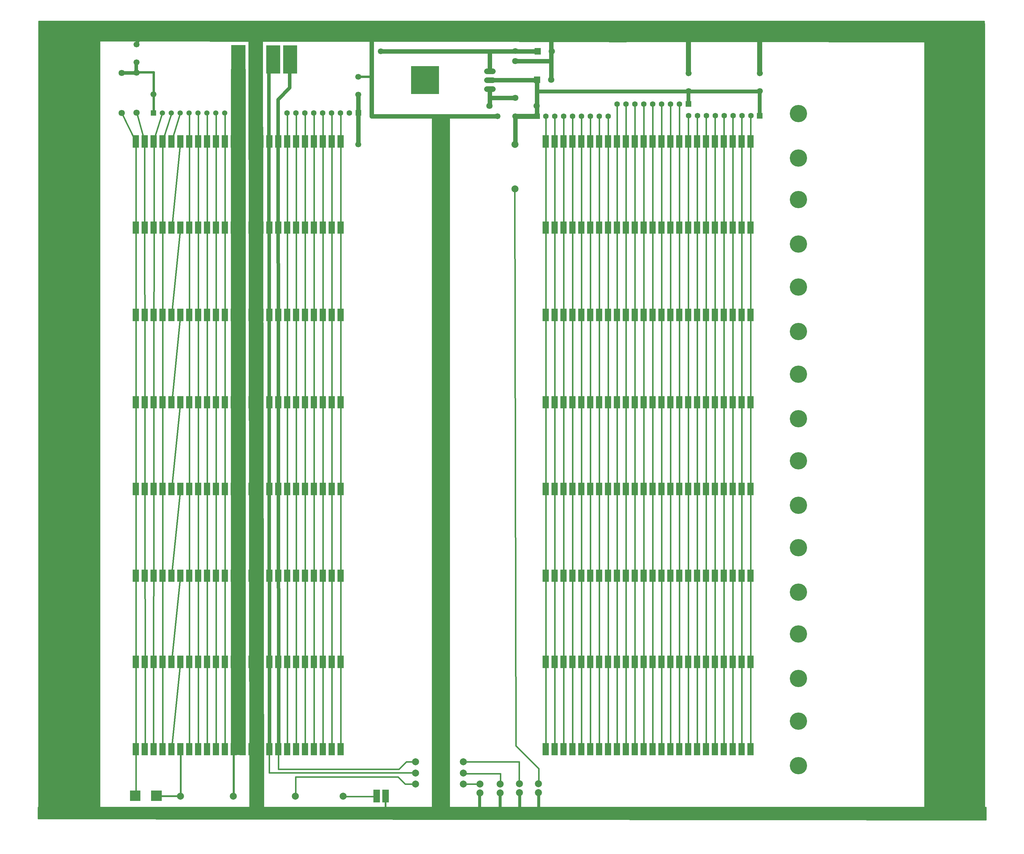
<source format=gbr>
%FSLAX34Y34*%
%MOMM*%
%LNCOPPER_BOTTOM*%
G71*
G01*
%ADD10C, 1.000*%
%ADD11C, 0.500*%
%ADD12C, 2.000*%
%ADD13C, 0.100*%
%ADD14C, 2.000*%
%ADD15C, 0.450*%
%ADD16C, 0.400*%
%ADD17C, 0.150*%
%ADD18C, 0.850*%
%ADD19C, 4.950*%
%ADD20C, 1.600*%
%ADD21C, 1.400*%
%ADD22C, 1.100*%
%ADD23C, 1.500*%
%ADD24C, 0.700*%
%ADD25C, 1.650*%
%ADD26C, 5.000*%
%ADD27C, 1.800*%
%ADD28C, 1.250*%
%ADD29C, 1.300*%
%ADD30C, 1.700*%
%ADD31C, 1.800*%
%ADD32C, 0.600*%
%ADD33C, 1.700*%
%ADD34C, 0.650*%
%ADD35C, 1.300*%
%ADD36R, 8.000X8.000*%
%ADD37C, 0.550*%
%LPD*%
G54D10*
X657576Y903750D02*
X659163Y-1079038D01*
G54D10*
X717135Y887875D02*
X717135Y808500D01*
X683798Y775162D01*
X685385Y-1080625D01*
G54D11*
X406162Y-1080625D02*
X406162Y-1213975D01*
X1317389Y-1179251D02*
G54D12*
D03*
X1317389Y-1204652D02*
G54D12*
D03*
X1372307Y-1203781D02*
G54D12*
D03*
X1372307Y-1178381D02*
G54D12*
D03*
X1259091Y-1178920D02*
G54D12*
D03*
X1259091Y-1204321D02*
G54D12*
D03*
G36*
X261218Y-1197478D02*
X291218Y-1197478D01*
X291218Y-1227478D01*
X261218Y-1227478D01*
X261218Y-1197478D01*
G37*
G36*
X598694Y979240D02*
X601869Y-1255960D01*
X643144Y-1255960D01*
X639969Y979240D01*
X598694Y979240D01*
G37*
G54D13*
X598694Y979240D02*
X601869Y-1255960D01*
X643144Y-1255960D01*
X639969Y979240D01*
X598694Y979240D01*
G36*
X2640175Y-1209613D02*
X2690175Y-1209613D01*
X2690175Y-1259613D01*
X2640175Y-1259613D01*
X2640175Y-1209613D01*
G37*
G36*
X17625Y-1206438D02*
X67625Y-1206438D01*
X67625Y-1256438D01*
X17625Y-1256438D01*
X17625Y-1206438D01*
G37*
G36*
X1122525Y-1209612D02*
X1172525Y-1209612D01*
X1172525Y-1259612D01*
X1122525Y-1259612D01*
X1122525Y-1209612D01*
G37*
G36*
X2637830Y985081D02*
X2687830Y985081D01*
X2687830Y935081D01*
X2637830Y935081D01*
X2637830Y985081D01*
G37*
G36*
X16868Y928732D02*
X16868Y978732D01*
X66868Y978732D01*
X66868Y928732D01*
X16868Y928732D01*
G37*
G36*
X550018Y930366D02*
X590518Y930366D01*
X590518Y849366D01*
X550018Y849366D01*
X550018Y930366D01*
G37*
G36*
X600480Y930241D02*
X640980Y930241D01*
X640980Y849241D01*
X600480Y849241D01*
X600480Y930241D01*
G37*
G36*
X649493Y930240D02*
X689993Y930240D01*
X689993Y849240D01*
X649493Y849240D01*
X649493Y930240D01*
G37*
G36*
X697743Y930240D02*
X738243Y930240D01*
X738243Y849240D01*
X697743Y849240D01*
X697743Y930240D01*
G37*
G36*
X549537Y861995D02*
X549537Y-1095392D01*
X590812Y-1095392D01*
X590812Y861995D01*
X549537Y861995D01*
G37*
G54D13*
X549537Y861995D02*
X549537Y-1095392D01*
X590812Y-1095392D01*
X590812Y861995D01*
X549537Y861995D01*
X1211903Y-1147582D02*
G54D14*
D03*
X1075378Y-1147582D02*
G54D14*
D03*
X1211903Y-1115832D02*
G54D14*
D03*
X1075378Y-1115832D02*
G54D14*
D03*
X1211903Y-1179332D02*
G54D14*
D03*
X1075378Y-1179332D02*
G54D14*
D03*
G54D15*
X238125Y735012D02*
X277812Y654050D01*
X277812Y-1212850D01*
G54D15*
X304562Y-1080625D02*
X302975Y656100D01*
G54D15*
X328375Y-1080625D02*
X329962Y657688D01*
G54D15*
X354012Y-1077912D02*
X354012Y657225D01*
X381000Y738188D01*
G54D16*
X1074738Y-1116012D02*
X1049338Y-1116012D01*
X1028700Y-1136650D01*
X684212Y-1136650D01*
X684212Y-1079500D01*
G54D16*
X1076088Y-1147300D02*
X658575Y-1147300D01*
X658575Y-1079038D01*
G36*
X750Y999250D02*
X750Y-1274050D01*
X175375Y-1274050D01*
X175375Y999250D01*
X750Y999250D01*
G37*
G54D17*
X750Y999250D02*
X750Y-1274050D01*
X175375Y-1274050D01*
X175375Y999250D01*
X750Y999250D01*
G36*
X51176Y942100D02*
X2699126Y938925D01*
X2699126Y999250D01*
X51176Y999250D01*
X51176Y942100D01*
G37*
G54D17*
X51176Y942100D02*
X2699126Y938925D01*
X2699126Y999250D01*
X51176Y999250D01*
X51176Y942100D01*
G36*
X1628180Y988257D02*
X1678180Y988257D01*
X1678180Y938257D01*
X1628180Y938257D01*
X1628180Y988257D01*
G37*
G36*
X1438430Y-1062198D02*
X1455930Y-1062198D01*
X1455930Y-1097198D01*
X1438430Y-1097198D01*
X1438430Y-1062198D01*
G37*
G36*
X1463830Y-1062198D02*
X1481330Y-1062198D01*
X1481330Y-1097198D01*
X1463830Y-1097198D01*
X1463830Y-1062198D01*
G37*
G36*
X1489230Y-1062198D02*
X1506730Y-1062198D01*
X1506730Y-1097198D01*
X1489230Y-1097198D01*
X1489230Y-1062198D01*
G37*
G36*
X1514630Y-1062198D02*
X1532130Y-1062198D01*
X1532130Y-1097198D01*
X1514630Y-1097198D01*
X1514630Y-1062198D01*
G37*
G36*
X1540030Y-1062198D02*
X1557530Y-1062198D01*
X1557530Y-1097198D01*
X1540030Y-1097198D01*
X1540030Y-1062198D01*
G37*
G36*
X1565430Y-1062198D02*
X1582930Y-1062198D01*
X1582930Y-1097198D01*
X1565430Y-1097198D01*
X1565430Y-1062198D01*
G37*
G36*
X1590830Y-1062198D02*
X1608330Y-1062198D01*
X1608330Y-1097198D01*
X1590830Y-1097198D01*
X1590830Y-1062198D01*
G37*
G36*
X1616230Y-1062198D02*
X1633730Y-1062198D01*
X1633730Y-1097198D01*
X1616230Y-1097198D01*
X1616230Y-1062198D01*
G37*
G36*
X1641630Y-1062198D02*
X1659130Y-1062198D01*
X1659130Y-1097198D01*
X1641630Y-1097198D01*
X1641630Y-1062198D01*
G37*
G36*
X1667030Y-1062198D02*
X1684530Y-1062198D01*
X1684530Y-1097198D01*
X1667030Y-1097198D01*
X1667030Y-1062198D01*
G37*
G36*
X1692430Y-1062198D02*
X1709930Y-1062198D01*
X1709930Y-1097198D01*
X1692430Y-1097198D01*
X1692430Y-1062198D01*
G37*
G36*
X1717830Y-1062198D02*
X1735330Y-1062198D01*
X1735330Y-1097198D01*
X1717830Y-1097198D01*
X1717830Y-1062198D01*
G37*
G36*
X1743230Y-1062198D02*
X1760730Y-1062198D01*
X1760730Y-1097198D01*
X1743230Y-1097198D01*
X1743230Y-1062198D01*
G37*
G36*
X1768630Y-1062198D02*
X1786130Y-1062198D01*
X1786130Y-1097198D01*
X1768630Y-1097198D01*
X1768630Y-1062198D01*
G37*
G36*
X1794030Y-1062198D02*
X1811530Y-1062198D01*
X1811530Y-1097198D01*
X1794030Y-1097198D01*
X1794030Y-1062198D01*
G37*
G36*
X1819430Y-1062198D02*
X1836930Y-1062198D01*
X1836930Y-1097198D01*
X1819430Y-1097198D01*
X1819430Y-1062198D01*
G37*
G36*
X1844830Y-1062198D02*
X1862330Y-1062198D01*
X1862330Y-1097198D01*
X1844830Y-1097198D01*
X1844830Y-1062198D01*
G37*
G36*
X1870230Y-1062198D02*
X1887730Y-1062198D01*
X1887730Y-1097198D01*
X1870230Y-1097198D01*
X1870230Y-1062198D01*
G37*
G36*
X1895630Y-1062198D02*
X1913130Y-1062198D01*
X1913130Y-1097198D01*
X1895630Y-1097198D01*
X1895630Y-1062198D01*
G37*
G36*
X1921030Y-1062198D02*
X1938530Y-1062198D01*
X1938530Y-1097198D01*
X1921030Y-1097198D01*
X1921030Y-1062198D01*
G37*
G36*
X1946430Y-1062198D02*
X1963930Y-1062198D01*
X1963930Y-1097198D01*
X1946430Y-1097198D01*
X1946430Y-1062198D01*
G37*
G36*
X1971830Y-1062198D02*
X1989330Y-1062198D01*
X1989330Y-1097198D01*
X1971830Y-1097198D01*
X1971830Y-1062198D01*
G37*
G36*
X1997230Y-1062198D02*
X2014730Y-1062198D01*
X2014730Y-1097198D01*
X1997230Y-1097198D01*
X1997230Y-1062198D01*
G37*
G36*
X2022630Y-1062198D02*
X2040130Y-1062198D01*
X2040130Y-1097198D01*
X2022630Y-1097198D01*
X2022630Y-1062198D01*
G37*
G36*
X269236Y-1062198D02*
X286736Y-1062198D01*
X286736Y-1097198D01*
X269236Y-1097198D01*
X269236Y-1062198D01*
G37*
G36*
X294636Y-1062198D02*
X312136Y-1062198D01*
X312136Y-1097198D01*
X294636Y-1097198D01*
X294636Y-1062198D01*
G37*
G36*
X320036Y-1062198D02*
X337536Y-1062198D01*
X337536Y-1097198D01*
X320036Y-1097198D01*
X320036Y-1062198D01*
G37*
G36*
X345436Y-1062198D02*
X362936Y-1062198D01*
X362936Y-1097198D01*
X345436Y-1097198D01*
X345436Y-1062198D01*
G37*
G36*
X370836Y-1062198D02*
X388336Y-1062198D01*
X388336Y-1097198D01*
X370836Y-1097198D01*
X370836Y-1062198D01*
G37*
G36*
X396236Y-1062198D02*
X413736Y-1062198D01*
X413736Y-1097198D01*
X396236Y-1097198D01*
X396236Y-1062198D01*
G37*
G36*
X421636Y-1062198D02*
X439136Y-1062198D01*
X439136Y-1097198D01*
X421636Y-1097198D01*
X421636Y-1062198D01*
G37*
G36*
X447036Y-1062198D02*
X464536Y-1062198D01*
X464536Y-1097198D01*
X447036Y-1097198D01*
X447036Y-1062198D01*
G37*
G36*
X472436Y-1062198D02*
X489936Y-1062198D01*
X489936Y-1097198D01*
X472436Y-1097198D01*
X472436Y-1062198D01*
G37*
G36*
X497836Y-1062198D02*
X515336Y-1062198D01*
X515336Y-1097198D01*
X497836Y-1097198D01*
X497836Y-1062198D01*
G37*
G36*
X523236Y-1062198D02*
X540736Y-1062198D01*
X540736Y-1097198D01*
X523236Y-1097198D01*
X523236Y-1062198D01*
G37*
G36*
X548636Y-1062198D02*
X566136Y-1062198D01*
X566136Y-1097198D01*
X548636Y-1097198D01*
X548636Y-1062198D01*
G37*
G36*
X574036Y-1062198D02*
X591536Y-1062198D01*
X591536Y-1097198D01*
X574036Y-1097198D01*
X574036Y-1062198D01*
G37*
G36*
X599436Y-1062199D02*
X616936Y-1062199D01*
X616936Y-1097199D01*
X599436Y-1097199D01*
X599436Y-1062199D01*
G37*
G36*
X624836Y-1062199D02*
X642336Y-1062199D01*
X642336Y-1097199D01*
X624836Y-1097199D01*
X624836Y-1062199D01*
G37*
G36*
X650236Y-1062198D02*
X667736Y-1062198D01*
X667736Y-1097198D01*
X650236Y-1097198D01*
X650236Y-1062198D01*
G37*
G36*
X675636Y-1062198D02*
X693136Y-1062198D01*
X693136Y-1097198D01*
X675636Y-1097198D01*
X675636Y-1062198D01*
G37*
G36*
X701036Y-1062198D02*
X718536Y-1062198D01*
X718536Y-1097198D01*
X701036Y-1097198D01*
X701036Y-1062198D01*
G37*
G36*
X726436Y-1062198D02*
X743936Y-1062198D01*
X743936Y-1097198D01*
X726436Y-1097198D01*
X726436Y-1062198D01*
G37*
G36*
X751836Y-1062198D02*
X769336Y-1062198D01*
X769336Y-1097198D01*
X751836Y-1097198D01*
X751836Y-1062198D01*
G37*
G36*
X777236Y-1062198D02*
X794736Y-1062198D01*
X794736Y-1097198D01*
X777236Y-1097198D01*
X777236Y-1062198D01*
G37*
G36*
X802636Y-1062198D02*
X820136Y-1062198D01*
X820136Y-1097198D01*
X802636Y-1097198D01*
X802636Y-1062198D01*
G37*
G36*
X828036Y-1062198D02*
X845536Y-1062198D01*
X845536Y-1097198D01*
X828036Y-1097198D01*
X828036Y-1062198D01*
G37*
G36*
X853436Y-1062198D02*
X870936Y-1062198D01*
X870936Y-1097198D01*
X853436Y-1097198D01*
X853436Y-1062198D01*
G37*
G54D18*
X1258650Y-1204450D02*
X1258650Y-1267950D01*
G54D18*
X1317388Y-1204450D02*
X1317388Y-1267950D01*
G54D18*
X1372950Y-1202862D02*
X1372950Y-1266362D01*
G54D16*
X733425Y-1216025D02*
X733425Y-1158875D01*
X1025525Y-1158875D01*
X1046162Y-1179512D01*
X1074738Y-1179512D01*
X2168268Y-999662D02*
G54D19*
D03*
X2168268Y-1126662D02*
G54D19*
D03*
X2568318Y-999662D02*
G54D19*
D03*
X2568318Y-1126662D02*
G54D19*
D03*
X133113Y-1123518D02*
G54D19*
D03*
X133113Y-996518D02*
G54D19*
D03*
X571262Y565612D02*
G54D14*
D03*
X622063Y565612D02*
G54D14*
D03*
G36*
X580692Y534980D02*
X580692Y514980D01*
X560692Y514980D01*
X560692Y534980D01*
X580692Y534980D01*
G37*
X621492Y490054D02*
G54D14*
D03*
G36*
X1414162Y735538D02*
X1430162Y735538D01*
X1430162Y719538D01*
X1414162Y719538D01*
X1414162Y735538D01*
G37*
X1447562Y727538D02*
G54D20*
D03*
X1472962Y727538D02*
G54D20*
D03*
X1498362Y727538D02*
G54D20*
D03*
X1523762Y727538D02*
G54D20*
D03*
X1549162Y727538D02*
G54D20*
D03*
X1574562Y727538D02*
G54D20*
D03*
X1599962Y727538D02*
G54D20*
D03*
X1625362Y727538D02*
G54D20*
D03*
G54D21*
X1421180Y727530D02*
X1359267Y727530D01*
G54D22*
X2057162Y798975D02*
X1853962Y798975D01*
G54D22*
X2057162Y729125D02*
X2057162Y800562D01*
X571262Y317962D02*
G54D14*
D03*
X622063Y317962D02*
G54D14*
D03*
G36*
X580692Y287330D02*
X580692Y267330D01*
X560692Y267330D01*
X560692Y287330D01*
X580692Y287330D01*
G37*
X621492Y242404D02*
G54D14*
D03*
X571262Y63962D02*
G54D14*
D03*
X622063Y63962D02*
G54D14*
D03*
G36*
X580692Y33330D02*
X580692Y13330D01*
X560692Y13330D01*
X560692Y33330D01*
X580692Y33330D01*
G37*
X621492Y-11596D02*
G54D14*
D03*
X571262Y-180512D02*
G54D14*
D03*
X622063Y-180513D02*
G54D14*
D03*
G36*
X580692Y-211146D02*
X580692Y-231146D01*
X560692Y-231146D01*
X560692Y-211146D01*
X580692Y-211146D01*
G37*
X621492Y-256071D02*
G54D14*
D03*
X571262Y-421812D02*
G54D14*
D03*
X622063Y-421813D02*
G54D14*
D03*
G36*
X580692Y-452446D02*
X580692Y-472446D01*
X560692Y-472446D01*
X560692Y-452446D01*
X580692Y-452446D01*
G37*
X621492Y-497371D02*
G54D14*
D03*
X571262Y-669462D02*
G54D14*
D03*
X622063Y-669463D02*
G54D14*
D03*
G36*
X580692Y-700096D02*
X580692Y-720096D01*
X560692Y-720096D01*
X560692Y-700096D01*
X580692Y-700096D01*
G37*
X621492Y-745021D02*
G54D14*
D03*
X571262Y-910762D02*
G54D14*
D03*
X622063Y-910763D02*
G54D14*
D03*
G36*
X580692Y-941396D02*
X580692Y-961396D01*
X560692Y-961396D01*
X560692Y-941396D01*
X580692Y-941396D01*
G37*
X621492Y-986321D02*
G54D14*
D03*
G54D22*
X1422162Y798975D02*
X1853962Y798975D01*
X1853962Y765638D01*
G36*
X920574Y729064D02*
X904574Y729064D01*
X904574Y745064D01*
X920574Y745064D01*
X920574Y729064D01*
G37*
X887174Y737064D02*
G54D20*
D03*
X861774Y737064D02*
G54D20*
D03*
X836374Y737064D02*
G54D20*
D03*
X810974Y737064D02*
G54D20*
D03*
X785574Y737064D02*
G54D20*
D03*
X760174Y737064D02*
G54D20*
D03*
X734774Y737064D02*
G54D20*
D03*
X709374Y737064D02*
G54D20*
D03*
G36*
X320873Y744564D02*
X335873Y744564D01*
X335873Y729564D01*
X320873Y729564D01*
X320873Y744564D01*
G37*
X353773Y737064D02*
G54D23*
D03*
X379173Y737064D02*
G54D23*
D03*
X404573Y737064D02*
G54D23*
D03*
X429973Y737064D02*
G54D23*
D03*
X455373Y737064D02*
G54D23*
D03*
X480773Y737064D02*
G54D23*
D03*
X506173Y737064D02*
G54D23*
D03*
X531573Y737064D02*
G54D23*
D03*
G54D10*
X299800Y973600D02*
X279162Y932325D01*
G54D15*
X353775Y737062D02*
X328375Y656100D01*
G54D15*
X379412Y655638D02*
X404812Y738188D01*
G54D24*
X328612Y736600D02*
X328612Y852488D01*
X280988Y852488D01*
G54D25*
X1279038Y805414D02*
X1295538Y805414D01*
G54D25*
X1279038Y830814D02*
X1295538Y830814D01*
G54D25*
X1279038Y856214D02*
X1295538Y856214D01*
X1103138Y830814D02*
G54D26*
D03*
X1421440Y757434D02*
G54D27*
D03*
X1286503Y757434D02*
G54D27*
D03*
G54D28*
X1287225Y805325D02*
X1287225Y757700D01*
G54D28*
X1417400Y830725D02*
X1287225Y830725D01*
G54D29*
X976075Y913275D02*
X1425338Y913275D01*
X1309111Y727234D02*
G54D30*
D03*
X1359911Y727234D02*
G54D30*
D03*
G54D29*
X1463071Y831132D02*
X1463071Y974007D01*
G54D29*
X1422162Y830725D02*
X1422162Y727538D01*
X1464030Y912838D02*
G54D31*
D03*
G36*
X1433030Y903838D02*
X1415030Y903838D01*
X1415030Y921838D01*
X1433030Y921838D01*
X1433030Y903838D01*
G37*
G54D29*
X1287225Y856125D02*
X1287225Y906925D01*
X1360642Y964795D02*
G54D30*
D03*
X1360641Y913995D02*
G54D30*
D03*
G36*
X321570Y-1197478D02*
X351570Y-1197478D01*
X351570Y-1227478D01*
X321570Y-1227478D01*
X321570Y-1197478D01*
G37*
G54D11*
X337900Y-1213975D02*
X407750Y-1213975D01*
G54D32*
X555388Y-1213975D02*
X556975Y-1213975D01*
X556975Y-1080625D01*
G54D18*
X1426925Y-1202862D02*
X1426925Y-1275888D01*
G54D15*
X1427162Y-1177925D02*
X1427162Y-1135062D01*
X1362075Y-1069975D01*
X1358900Y520700D01*
X279768Y932317D02*
G54D30*
D03*
X279767Y881517D02*
G54D30*
D03*
G54D10*
X279400Y882650D02*
X279400Y850900D01*
X236538Y850900D01*
X1854354Y850495D02*
G54D30*
D03*
X1854354Y799695D02*
G54D30*
D03*
G54D21*
X1853962Y849775D02*
X1853962Y983125D01*
X1426696Y-1178319D02*
G54D12*
D03*
X1426695Y-1203719D02*
G54D12*
D03*
G54D29*
X1288812Y779925D02*
X1360250Y779925D01*
X976690Y912744D02*
G54D33*
D03*
G54D34*
X950675Y840250D02*
X912575Y840250D01*
X1360250Y884700D02*
G54D27*
D03*
X1360250Y779925D02*
G54D27*
D03*
G54D29*
X1360250Y884700D02*
X1461850Y884700D01*
X912725Y840175D02*
G54D30*
D03*
X912724Y789375D02*
G54D30*
D03*
X950675Y727538D02*
G54D35*
D03*
X1068150Y727538D02*
G54D35*
D03*
X1220550Y727538D02*
G54D35*
D03*
X950675Y818025D02*
G54D35*
D03*
X131525Y859300D02*
G54D35*
D03*
X350600Y957725D02*
G54D35*
D03*
X950675Y973600D02*
G54D35*
D03*
X1563450Y973600D02*
G54D35*
D03*
X353775Y-1258425D02*
G54D35*
D03*
X893525Y-1258425D02*
G54D35*
D03*
X1442800Y-1258425D02*
G54D35*
D03*
X2027000Y-1261600D02*
G54D35*
D03*
G54D29*
X1309450Y727538D02*
X950675Y727538D01*
X950675Y979950D01*
X1462950Y885275D02*
G54D35*
D03*
X1853962Y900575D02*
G54D35*
D03*
X1359276Y646924D02*
G54D14*
D03*
X1359276Y519924D02*
G54D14*
D03*
X2057554Y850495D02*
G54D30*
D03*
X2057554Y799695D02*
G54D30*
D03*
G54D21*
X2057162Y849775D02*
X2057162Y979950D01*
X2057162Y898988D02*
G54D35*
D03*
X1955893Y972013D02*
G54D35*
D03*
G36*
X1122569Y728415D02*
X1122569Y-1271835D01*
X1173369Y-1271835D01*
X1173369Y728415D01*
X1122569Y728415D01*
G37*
G54D13*
X1122569Y728415D02*
X1122569Y-1271835D01*
X1173369Y-1271835D01*
X1173369Y728415D01*
X1122569Y728415D01*
G54D28*
X912575Y789450D02*
X912575Y646575D01*
X1103075Y830725D02*
G54D36*
D03*
G36*
X0Y-1246000D02*
X2701926Y-1246000D01*
X2701926Y-1280925D01*
X0Y-1277750D01*
X0Y-1246000D01*
G37*
G54D15*
X0Y-1246000D02*
X2701926Y-1246000D01*
X2701926Y-1280925D01*
X0Y-1277750D01*
X0Y-1246000D01*
G36*
X973765Y-1195285D02*
X973765Y-1231285D01*
X955765Y-1231285D01*
X955765Y-1195285D01*
X973765Y-1195285D01*
G37*
G36*
X999165Y-1195285D02*
X999165Y-1231285D01*
X981165Y-1231285D01*
X981165Y-1195285D01*
X999165Y-1195285D01*
G37*
X869003Y-1214257D02*
G54D14*
D03*
X732478Y-1214257D02*
G54D14*
D03*
G54D16*
X1212850Y-1116012D02*
X1371600Y-1116012D01*
X1371600Y-1179512D01*
G54D16*
X1209675Y-1149350D02*
X1317625Y-1149350D01*
X1317625Y-1181100D01*
G54D16*
X1211262Y-1179512D02*
X1260475Y-1179512D01*
G54D16*
X868362Y-1214438D02*
X966788Y-1214438D01*
G54D37*
X990600Y-1212850D02*
X990600Y-1276350D01*
X556266Y-1214257D02*
G54D14*
D03*
X405453Y-1214257D02*
G54D14*
D03*
X237888Y851362D02*
G54D27*
D03*
X237888Y737062D02*
G54D27*
D03*
G36*
X14450Y576326D02*
X64450Y576326D01*
X64450Y526326D01*
X14450Y526326D01*
X14450Y576326D01*
G37*
G36*
X14450Y81026D02*
X64450Y81026D01*
X64450Y31026D01*
X14450Y31026D01*
X14450Y81026D01*
G37*
G36*
X14450Y-911162D02*
X64450Y-911162D01*
X64450Y-961162D01*
X14450Y-961162D01*
X14450Y-911162D01*
G37*
G36*
X2065766Y721114D02*
X2049766Y721114D01*
X2049766Y737114D01*
X2065766Y737114D01*
X2065766Y721114D01*
G37*
X2032366Y729114D02*
G54D20*
D03*
X2006967Y729114D02*
G54D20*
D03*
X1981567Y729114D02*
G54D20*
D03*
X1956167Y729114D02*
G54D20*
D03*
X1930767Y729114D02*
G54D20*
D03*
X1905367Y729114D02*
G54D20*
D03*
X1879967Y729114D02*
G54D20*
D03*
X1854567Y729114D02*
G54D20*
D03*
G36*
X1861960Y754464D02*
X1845960Y754464D01*
X1845960Y770464D01*
X1861960Y770464D01*
X1861960Y754464D01*
G37*
X1828560Y762464D02*
G54D20*
D03*
X1803160Y762464D02*
G54D20*
D03*
X1777760Y762464D02*
G54D20*
D03*
X1752360Y762464D02*
G54D20*
D03*
X1726960Y762464D02*
G54D20*
D03*
X1701560Y762464D02*
G54D20*
D03*
X1676160Y762464D02*
G54D20*
D03*
X1650760Y762464D02*
G54D20*
D03*
G54D15*
X381000Y409575D02*
X404812Y655638D01*
G54D15*
X379412Y158750D02*
X404812Y409575D01*
G54D15*
X381000Y-88900D02*
X404812Y160338D01*
G54D15*
X379412Y-338138D02*
X404812Y-88900D01*
G54D15*
X379412Y-584200D02*
X404812Y-336550D01*
G54D15*
X379412Y-830262D02*
X404812Y-584200D01*
G54D15*
X379412Y-1079500D02*
X404812Y-830262D01*
G36*
X14450Y-415862D02*
X64450Y-415862D01*
X64450Y-465862D01*
X14450Y-465862D01*
X14450Y-415862D01*
G37*
X1147525Y-705975D02*
G54D35*
D03*
X1147525Y-210675D02*
G54D35*
D03*
X1147525Y262400D02*
G54D35*
D03*
G36*
X1438430Y-812961D02*
X1455930Y-812961D01*
X1455930Y-847961D01*
X1438430Y-847961D01*
X1438430Y-812961D01*
G37*
G36*
X1463830Y-812961D02*
X1481330Y-812961D01*
X1481330Y-847961D01*
X1463830Y-847961D01*
X1463830Y-812961D01*
G37*
G36*
X1489230Y-812961D02*
X1506730Y-812961D01*
X1506730Y-847961D01*
X1489230Y-847961D01*
X1489230Y-812961D01*
G37*
G36*
X1514630Y-812961D02*
X1532130Y-812961D01*
X1532130Y-847961D01*
X1514630Y-847961D01*
X1514630Y-812961D01*
G37*
G36*
X1540030Y-812961D02*
X1557530Y-812961D01*
X1557530Y-847961D01*
X1540030Y-847961D01*
X1540030Y-812961D01*
G37*
G36*
X1565430Y-812961D02*
X1582930Y-812961D01*
X1582930Y-847961D01*
X1565430Y-847961D01*
X1565430Y-812961D01*
G37*
G36*
X1590830Y-812961D02*
X1608330Y-812961D01*
X1608330Y-847961D01*
X1590830Y-847961D01*
X1590830Y-812961D01*
G37*
G36*
X1616230Y-812961D02*
X1633730Y-812961D01*
X1633730Y-847961D01*
X1616230Y-847961D01*
X1616230Y-812961D01*
G37*
G36*
X1641630Y-812961D02*
X1659130Y-812961D01*
X1659130Y-847961D01*
X1641630Y-847961D01*
X1641630Y-812961D01*
G37*
G36*
X1667030Y-812961D02*
X1684530Y-812961D01*
X1684530Y-847961D01*
X1667030Y-847961D01*
X1667030Y-812961D01*
G37*
G36*
X1692430Y-812961D02*
X1709930Y-812961D01*
X1709930Y-847961D01*
X1692430Y-847961D01*
X1692430Y-812961D01*
G37*
G36*
X1717830Y-812961D02*
X1735330Y-812961D01*
X1735330Y-847961D01*
X1717830Y-847961D01*
X1717830Y-812961D01*
G37*
G36*
X1743230Y-812961D02*
X1760730Y-812961D01*
X1760730Y-847961D01*
X1743230Y-847961D01*
X1743230Y-812961D01*
G37*
G36*
X1768630Y-812961D02*
X1786130Y-812961D01*
X1786130Y-847961D01*
X1768630Y-847961D01*
X1768630Y-812961D01*
G37*
G36*
X1794030Y-812961D02*
X1811530Y-812961D01*
X1811530Y-847961D01*
X1794030Y-847961D01*
X1794030Y-812961D01*
G37*
G36*
X1819430Y-812961D02*
X1836930Y-812961D01*
X1836930Y-847961D01*
X1819430Y-847961D01*
X1819430Y-812961D01*
G37*
G36*
X1844830Y-812961D02*
X1862330Y-812961D01*
X1862330Y-847961D01*
X1844830Y-847961D01*
X1844830Y-812961D01*
G37*
G36*
X1870230Y-812961D02*
X1887730Y-812961D01*
X1887730Y-847961D01*
X1870230Y-847961D01*
X1870230Y-812961D01*
G37*
G36*
X1895630Y-812961D02*
X1913130Y-812961D01*
X1913130Y-847961D01*
X1895630Y-847961D01*
X1895630Y-812961D01*
G37*
G36*
X1921030Y-812961D02*
X1938530Y-812961D01*
X1938530Y-847961D01*
X1921030Y-847961D01*
X1921030Y-812961D01*
G37*
G36*
X1946430Y-812961D02*
X1963930Y-812961D01*
X1963930Y-847961D01*
X1946430Y-847961D01*
X1946430Y-812961D01*
G37*
G36*
X1971830Y-812961D02*
X1989330Y-812961D01*
X1989330Y-847961D01*
X1971830Y-847961D01*
X1971830Y-812961D01*
G37*
G36*
X1997230Y-812961D02*
X2014730Y-812961D01*
X2014730Y-847961D01*
X1997230Y-847961D01*
X1997230Y-812961D01*
G37*
G36*
X2022630Y-812961D02*
X2040130Y-812961D01*
X2040130Y-847961D01*
X2022630Y-847961D01*
X2022630Y-812961D01*
G37*
G36*
X269236Y-812961D02*
X286736Y-812961D01*
X286736Y-847961D01*
X269236Y-847961D01*
X269236Y-812961D01*
G37*
G36*
X294636Y-812961D02*
X312136Y-812961D01*
X312136Y-847961D01*
X294636Y-847961D01*
X294636Y-812961D01*
G37*
G36*
X320036Y-812961D02*
X337536Y-812961D01*
X337536Y-847961D01*
X320036Y-847961D01*
X320036Y-812961D01*
G37*
G36*
X345436Y-812961D02*
X362936Y-812961D01*
X362936Y-847961D01*
X345436Y-847961D01*
X345436Y-812961D01*
G37*
G36*
X370836Y-812961D02*
X388336Y-812961D01*
X388336Y-847961D01*
X370836Y-847961D01*
X370836Y-812961D01*
G37*
G36*
X396236Y-812961D02*
X413736Y-812961D01*
X413736Y-847961D01*
X396236Y-847961D01*
X396236Y-812961D01*
G37*
G36*
X421636Y-812961D02*
X439136Y-812961D01*
X439136Y-847961D01*
X421636Y-847961D01*
X421636Y-812961D01*
G37*
G36*
X447036Y-812961D02*
X464536Y-812961D01*
X464536Y-847961D01*
X447036Y-847961D01*
X447036Y-812961D01*
G37*
G36*
X472436Y-812961D02*
X489936Y-812961D01*
X489936Y-847961D01*
X472436Y-847961D01*
X472436Y-812961D01*
G37*
G36*
X497836Y-812961D02*
X515336Y-812961D01*
X515336Y-847961D01*
X497836Y-847961D01*
X497836Y-812961D01*
G37*
G36*
X523236Y-812961D02*
X540736Y-812961D01*
X540736Y-847961D01*
X523236Y-847961D01*
X523236Y-812961D01*
G37*
G36*
X548636Y-812961D02*
X566136Y-812961D01*
X566136Y-847961D01*
X548636Y-847961D01*
X548636Y-812961D01*
G37*
G36*
X574036Y-812961D02*
X591536Y-812961D01*
X591536Y-847961D01*
X574036Y-847961D01*
X574036Y-812961D01*
G37*
G36*
X599436Y-812962D02*
X616936Y-812962D01*
X616936Y-847962D01*
X599436Y-847962D01*
X599436Y-812962D01*
G37*
G36*
X624836Y-812962D02*
X642336Y-812962D01*
X642336Y-847962D01*
X624836Y-847962D01*
X624836Y-812962D01*
G37*
G36*
X650236Y-812961D02*
X667736Y-812961D01*
X667736Y-847961D01*
X650236Y-847961D01*
X650236Y-812961D01*
G37*
G36*
X675636Y-812961D02*
X693136Y-812961D01*
X693136Y-847961D01*
X675636Y-847961D01*
X675636Y-812961D01*
G37*
G36*
X701036Y-812961D02*
X718536Y-812961D01*
X718536Y-847961D01*
X701036Y-847961D01*
X701036Y-812961D01*
G37*
G36*
X726436Y-812961D02*
X743936Y-812961D01*
X743936Y-847961D01*
X726436Y-847961D01*
X726436Y-812961D01*
G37*
G36*
X751836Y-812961D02*
X769336Y-812961D01*
X769336Y-847961D01*
X751836Y-847961D01*
X751836Y-812961D01*
G37*
G36*
X777236Y-812961D02*
X794736Y-812961D01*
X794736Y-847961D01*
X777236Y-847961D01*
X777236Y-812961D01*
G37*
G36*
X802636Y-812961D02*
X820136Y-812961D01*
X820136Y-847961D01*
X802636Y-847961D01*
X802636Y-812961D01*
G37*
G36*
X828036Y-812961D02*
X845536Y-812961D01*
X845536Y-847961D01*
X828036Y-847961D01*
X828036Y-812961D01*
G37*
G36*
X853436Y-812961D02*
X870936Y-812961D01*
X870936Y-847961D01*
X853436Y-847961D01*
X853436Y-812961D01*
G37*
X2168268Y-750425D02*
G54D19*
D03*
X2168268Y-877425D02*
G54D19*
D03*
X2568318Y-750425D02*
G54D19*
D03*
X2568318Y-877425D02*
G54D19*
D03*
X133113Y-874281D02*
G54D19*
D03*
X133113Y-747281D02*
G54D19*
D03*
G36*
X1438430Y-566898D02*
X1455930Y-566898D01*
X1455930Y-601898D01*
X1438430Y-601898D01*
X1438430Y-566898D01*
G37*
G36*
X1463830Y-566898D02*
X1481330Y-566898D01*
X1481330Y-601898D01*
X1463830Y-601898D01*
X1463830Y-566898D01*
G37*
G36*
X1489230Y-566898D02*
X1506730Y-566898D01*
X1506730Y-601898D01*
X1489230Y-601898D01*
X1489230Y-566898D01*
G37*
G36*
X1514630Y-566898D02*
X1532130Y-566898D01*
X1532130Y-601898D01*
X1514630Y-601898D01*
X1514630Y-566898D01*
G37*
G36*
X1540030Y-566898D02*
X1557530Y-566898D01*
X1557530Y-601898D01*
X1540030Y-601898D01*
X1540030Y-566898D01*
G37*
G36*
X1565430Y-566898D02*
X1582930Y-566898D01*
X1582930Y-601898D01*
X1565430Y-601898D01*
X1565430Y-566898D01*
G37*
G36*
X1590830Y-566898D02*
X1608330Y-566898D01*
X1608330Y-601898D01*
X1590830Y-601898D01*
X1590830Y-566898D01*
G37*
G36*
X1616230Y-566898D02*
X1633730Y-566898D01*
X1633730Y-601898D01*
X1616230Y-601898D01*
X1616230Y-566898D01*
G37*
G36*
X1641630Y-566898D02*
X1659130Y-566898D01*
X1659130Y-601898D01*
X1641630Y-601898D01*
X1641630Y-566898D01*
G37*
G36*
X1667030Y-566898D02*
X1684530Y-566898D01*
X1684530Y-601898D01*
X1667030Y-601898D01*
X1667030Y-566898D01*
G37*
G36*
X1692430Y-566898D02*
X1709930Y-566898D01*
X1709930Y-601898D01*
X1692430Y-601898D01*
X1692430Y-566898D01*
G37*
G36*
X1717830Y-566898D02*
X1735330Y-566898D01*
X1735330Y-601898D01*
X1717830Y-601898D01*
X1717830Y-566898D01*
G37*
G36*
X1743230Y-566898D02*
X1760730Y-566898D01*
X1760730Y-601898D01*
X1743230Y-601898D01*
X1743230Y-566898D01*
G37*
G36*
X1768630Y-566898D02*
X1786130Y-566898D01*
X1786130Y-601898D01*
X1768630Y-601898D01*
X1768630Y-566898D01*
G37*
G36*
X1794030Y-566898D02*
X1811530Y-566898D01*
X1811530Y-601898D01*
X1794030Y-601898D01*
X1794030Y-566898D01*
G37*
G36*
X1819430Y-566898D02*
X1836930Y-566898D01*
X1836930Y-601898D01*
X1819430Y-601898D01*
X1819430Y-566898D01*
G37*
G36*
X1844830Y-566898D02*
X1862330Y-566898D01*
X1862330Y-601898D01*
X1844830Y-601898D01*
X1844830Y-566898D01*
G37*
G36*
X1870230Y-566898D02*
X1887730Y-566898D01*
X1887730Y-601898D01*
X1870230Y-601898D01*
X1870230Y-566898D01*
G37*
G36*
X1895630Y-566898D02*
X1913130Y-566898D01*
X1913130Y-601898D01*
X1895630Y-601898D01*
X1895630Y-566898D01*
G37*
G36*
X1921030Y-566898D02*
X1938530Y-566898D01*
X1938530Y-601898D01*
X1921030Y-601898D01*
X1921030Y-566898D01*
G37*
G36*
X1946430Y-566898D02*
X1963930Y-566898D01*
X1963930Y-601898D01*
X1946430Y-601898D01*
X1946430Y-566898D01*
G37*
G36*
X1971830Y-566898D02*
X1989330Y-566898D01*
X1989330Y-601898D01*
X1971830Y-601898D01*
X1971830Y-566898D01*
G37*
G36*
X1997230Y-566898D02*
X2014730Y-566898D01*
X2014730Y-601898D01*
X1997230Y-601898D01*
X1997230Y-566898D01*
G37*
G36*
X2022630Y-566898D02*
X2040130Y-566898D01*
X2040130Y-601898D01*
X2022630Y-601898D01*
X2022630Y-566898D01*
G37*
G36*
X269236Y-566898D02*
X286736Y-566898D01*
X286736Y-601898D01*
X269236Y-601898D01*
X269236Y-566898D01*
G37*
G36*
X294636Y-566898D02*
X312136Y-566898D01*
X312136Y-601898D01*
X294636Y-601898D01*
X294636Y-566898D01*
G37*
G36*
X320036Y-566898D02*
X337536Y-566898D01*
X337536Y-601898D01*
X320036Y-601898D01*
X320036Y-566898D01*
G37*
G36*
X345436Y-566898D02*
X362936Y-566898D01*
X362936Y-601898D01*
X345436Y-601898D01*
X345436Y-566898D01*
G37*
G36*
X370836Y-566898D02*
X388336Y-566898D01*
X388336Y-601898D01*
X370836Y-601898D01*
X370836Y-566898D01*
G37*
G36*
X396236Y-566898D02*
X413736Y-566898D01*
X413736Y-601898D01*
X396236Y-601898D01*
X396236Y-566898D01*
G37*
G36*
X421636Y-566898D02*
X439136Y-566898D01*
X439136Y-601898D01*
X421636Y-601898D01*
X421636Y-566898D01*
G37*
G36*
X447036Y-566898D02*
X464536Y-566898D01*
X464536Y-601898D01*
X447036Y-601898D01*
X447036Y-566898D01*
G37*
G36*
X472436Y-566898D02*
X489936Y-566898D01*
X489936Y-601898D01*
X472436Y-601898D01*
X472436Y-566898D01*
G37*
G36*
X497836Y-566898D02*
X515336Y-566898D01*
X515336Y-601898D01*
X497836Y-601898D01*
X497836Y-566898D01*
G37*
G36*
X523236Y-566898D02*
X540736Y-566898D01*
X540736Y-601898D01*
X523236Y-601898D01*
X523236Y-566898D01*
G37*
G36*
X548636Y-566898D02*
X566136Y-566898D01*
X566136Y-601898D01*
X548636Y-601898D01*
X548636Y-566898D01*
G37*
G36*
X574036Y-566898D02*
X591536Y-566898D01*
X591536Y-601898D01*
X574036Y-601898D01*
X574036Y-566898D01*
G37*
G36*
X599436Y-566899D02*
X616936Y-566899D01*
X616936Y-601899D01*
X599436Y-601899D01*
X599436Y-566899D01*
G37*
G36*
X624836Y-566899D02*
X642336Y-566899D01*
X642336Y-601899D01*
X624836Y-601899D01*
X624836Y-566899D01*
G37*
G36*
X650236Y-566898D02*
X667736Y-566898D01*
X667736Y-601898D01*
X650236Y-601898D01*
X650236Y-566898D01*
G37*
G36*
X675636Y-566898D02*
X693136Y-566898D01*
X693136Y-601898D01*
X675636Y-601898D01*
X675636Y-566898D01*
G37*
G36*
X701036Y-566898D02*
X718536Y-566898D01*
X718536Y-601898D01*
X701036Y-601898D01*
X701036Y-566898D01*
G37*
G36*
X726436Y-566898D02*
X743936Y-566898D01*
X743936Y-601898D01*
X726436Y-601898D01*
X726436Y-566898D01*
G37*
G36*
X751836Y-566898D02*
X769336Y-566898D01*
X769336Y-601898D01*
X751836Y-601898D01*
X751836Y-566898D01*
G37*
G36*
X777236Y-566898D02*
X794736Y-566898D01*
X794736Y-601898D01*
X777236Y-601898D01*
X777236Y-566898D01*
G37*
G36*
X802636Y-566898D02*
X820136Y-566898D01*
X820136Y-601898D01*
X802636Y-601898D01*
X802636Y-566898D01*
G37*
G36*
X828036Y-566898D02*
X845536Y-566898D01*
X845536Y-601898D01*
X828036Y-601898D01*
X828036Y-566898D01*
G37*
G36*
X853436Y-566898D02*
X870936Y-566898D01*
X870936Y-601898D01*
X853436Y-601898D01*
X853436Y-566898D01*
G37*
X2168268Y-504362D02*
G54D19*
D03*
X2168268Y-631362D02*
G54D19*
D03*
X2568318Y-504362D02*
G54D19*
D03*
X2568318Y-631362D02*
G54D19*
D03*
X133113Y-628218D02*
G54D19*
D03*
X133113Y-501218D02*
G54D19*
D03*
G36*
X1438430Y-319248D02*
X1455930Y-319248D01*
X1455930Y-354248D01*
X1438430Y-354248D01*
X1438430Y-319248D01*
G37*
G36*
X1463830Y-319248D02*
X1481330Y-319248D01*
X1481330Y-354248D01*
X1463830Y-354248D01*
X1463830Y-319248D01*
G37*
G36*
X1489230Y-319248D02*
X1506730Y-319248D01*
X1506730Y-354248D01*
X1489230Y-354248D01*
X1489230Y-319248D01*
G37*
G36*
X1514630Y-319248D02*
X1532130Y-319248D01*
X1532130Y-354248D01*
X1514630Y-354248D01*
X1514630Y-319248D01*
G37*
G36*
X1540030Y-319248D02*
X1557530Y-319248D01*
X1557530Y-354248D01*
X1540030Y-354248D01*
X1540030Y-319248D01*
G37*
G36*
X1565430Y-319248D02*
X1582930Y-319248D01*
X1582930Y-354248D01*
X1565430Y-354248D01*
X1565430Y-319248D01*
G37*
G36*
X1590830Y-319248D02*
X1608330Y-319248D01*
X1608330Y-354248D01*
X1590830Y-354248D01*
X1590830Y-319248D01*
G37*
G36*
X1616230Y-319248D02*
X1633730Y-319248D01*
X1633730Y-354248D01*
X1616230Y-354248D01*
X1616230Y-319248D01*
G37*
G36*
X1641630Y-319248D02*
X1659130Y-319248D01*
X1659130Y-354248D01*
X1641630Y-354248D01*
X1641630Y-319248D01*
G37*
G36*
X1667030Y-319248D02*
X1684530Y-319248D01*
X1684530Y-354248D01*
X1667030Y-354248D01*
X1667030Y-319248D01*
G37*
G36*
X1692430Y-319248D02*
X1709930Y-319248D01*
X1709930Y-354248D01*
X1692430Y-354248D01*
X1692430Y-319248D01*
G37*
G36*
X1717830Y-319248D02*
X1735330Y-319248D01*
X1735330Y-354248D01*
X1717830Y-354248D01*
X1717830Y-319248D01*
G37*
G36*
X1743230Y-319248D02*
X1760730Y-319248D01*
X1760730Y-354248D01*
X1743230Y-354248D01*
X1743230Y-319248D01*
G37*
G36*
X1768630Y-319248D02*
X1786130Y-319248D01*
X1786130Y-354248D01*
X1768630Y-354248D01*
X1768630Y-319248D01*
G37*
G36*
X1794030Y-319248D02*
X1811530Y-319248D01*
X1811530Y-354248D01*
X1794030Y-354248D01*
X1794030Y-319248D01*
G37*
G36*
X1819430Y-319248D02*
X1836930Y-319248D01*
X1836930Y-354248D01*
X1819430Y-354248D01*
X1819430Y-319248D01*
G37*
G36*
X1844830Y-319248D02*
X1862330Y-319248D01*
X1862330Y-354248D01*
X1844830Y-354248D01*
X1844830Y-319248D01*
G37*
G36*
X1870230Y-319248D02*
X1887730Y-319248D01*
X1887730Y-354248D01*
X1870230Y-354248D01*
X1870230Y-319248D01*
G37*
G36*
X1895630Y-319248D02*
X1913130Y-319248D01*
X1913130Y-354248D01*
X1895630Y-354248D01*
X1895630Y-319248D01*
G37*
G36*
X1921030Y-319248D02*
X1938530Y-319248D01*
X1938530Y-354248D01*
X1921030Y-354248D01*
X1921030Y-319248D01*
G37*
G36*
X1946430Y-319248D02*
X1963930Y-319248D01*
X1963930Y-354248D01*
X1946430Y-354248D01*
X1946430Y-319248D01*
G37*
G36*
X1971830Y-319248D02*
X1989330Y-319248D01*
X1989330Y-354248D01*
X1971830Y-354248D01*
X1971830Y-319248D01*
G37*
G36*
X1997230Y-319248D02*
X2014730Y-319248D01*
X2014730Y-354248D01*
X1997230Y-354248D01*
X1997230Y-319248D01*
G37*
G36*
X2022630Y-319248D02*
X2040130Y-319248D01*
X2040130Y-354248D01*
X2022630Y-354248D01*
X2022630Y-319248D01*
G37*
G36*
X269236Y-319248D02*
X286736Y-319248D01*
X286736Y-354248D01*
X269236Y-354248D01*
X269236Y-319248D01*
G37*
G36*
X294636Y-319248D02*
X312136Y-319248D01*
X312136Y-354248D01*
X294636Y-354248D01*
X294636Y-319248D01*
G37*
G36*
X320036Y-319248D02*
X337536Y-319248D01*
X337536Y-354248D01*
X320036Y-354248D01*
X320036Y-319248D01*
G37*
G36*
X345436Y-319248D02*
X362936Y-319248D01*
X362936Y-354248D01*
X345436Y-354248D01*
X345436Y-319248D01*
G37*
G36*
X370836Y-319248D02*
X388336Y-319248D01*
X388336Y-354248D01*
X370836Y-354248D01*
X370836Y-319248D01*
G37*
G36*
X396236Y-319248D02*
X413736Y-319248D01*
X413736Y-354248D01*
X396236Y-354248D01*
X396236Y-319248D01*
G37*
G36*
X421636Y-319248D02*
X439136Y-319248D01*
X439136Y-354248D01*
X421636Y-354248D01*
X421636Y-319248D01*
G37*
G36*
X447036Y-319248D02*
X464536Y-319248D01*
X464536Y-354248D01*
X447036Y-354248D01*
X447036Y-319248D01*
G37*
G36*
X472436Y-319248D02*
X489936Y-319248D01*
X489936Y-354248D01*
X472436Y-354248D01*
X472436Y-319248D01*
G37*
G36*
X497836Y-319248D02*
X515336Y-319248D01*
X515336Y-354248D01*
X497836Y-354248D01*
X497836Y-319248D01*
G37*
G36*
X523236Y-319248D02*
X540736Y-319248D01*
X540736Y-354248D01*
X523236Y-354248D01*
X523236Y-319248D01*
G37*
G36*
X548636Y-319248D02*
X566136Y-319248D01*
X566136Y-354248D01*
X548636Y-354248D01*
X548636Y-319248D01*
G37*
G36*
X574036Y-319248D02*
X591536Y-319248D01*
X591536Y-354248D01*
X574036Y-354248D01*
X574036Y-319248D01*
G37*
G36*
X599436Y-319249D02*
X616936Y-319249D01*
X616936Y-354249D01*
X599436Y-354249D01*
X599436Y-319249D01*
G37*
G36*
X624836Y-319249D02*
X642336Y-319249D01*
X642336Y-354249D01*
X624836Y-354249D01*
X624836Y-319249D01*
G37*
G36*
X650236Y-319248D02*
X667736Y-319248D01*
X667736Y-354248D01*
X650236Y-354248D01*
X650236Y-319248D01*
G37*
G36*
X675636Y-319248D02*
X693136Y-319248D01*
X693136Y-354248D01*
X675636Y-354248D01*
X675636Y-319248D01*
G37*
G36*
X701036Y-319248D02*
X718536Y-319248D01*
X718536Y-354248D01*
X701036Y-354248D01*
X701036Y-319248D01*
G37*
G36*
X726436Y-319248D02*
X743936Y-319248D01*
X743936Y-354248D01*
X726436Y-354248D01*
X726436Y-319248D01*
G37*
G36*
X751836Y-319248D02*
X769336Y-319248D01*
X769336Y-354248D01*
X751836Y-354248D01*
X751836Y-319248D01*
G37*
G36*
X777236Y-319248D02*
X794736Y-319248D01*
X794736Y-354248D01*
X777236Y-354248D01*
X777236Y-319248D01*
G37*
G36*
X802636Y-319248D02*
X820136Y-319248D01*
X820136Y-354248D01*
X802636Y-354248D01*
X802636Y-319248D01*
G37*
G36*
X828036Y-319248D02*
X845536Y-319248D01*
X845536Y-354248D01*
X828036Y-354248D01*
X828036Y-319248D01*
G37*
G36*
X853436Y-319248D02*
X870936Y-319248D01*
X870936Y-354248D01*
X853436Y-354248D01*
X853436Y-319248D01*
G37*
X2168268Y-256712D02*
G54D19*
D03*
X2168268Y-383712D02*
G54D19*
D03*
X2568318Y-256712D02*
G54D19*
D03*
X2568318Y-383712D02*
G54D19*
D03*
X133113Y-380568D02*
G54D19*
D03*
X133113Y-253568D02*
G54D19*
D03*
G36*
X1438430Y-71598D02*
X1455930Y-71598D01*
X1455930Y-106598D01*
X1438430Y-106598D01*
X1438430Y-71598D01*
G37*
G36*
X1463830Y-71598D02*
X1481330Y-71598D01*
X1481330Y-106598D01*
X1463830Y-106598D01*
X1463830Y-71598D01*
G37*
G36*
X1489230Y-71598D02*
X1506730Y-71598D01*
X1506730Y-106598D01*
X1489230Y-106598D01*
X1489230Y-71598D01*
G37*
G36*
X1514630Y-71598D02*
X1532130Y-71598D01*
X1532130Y-106598D01*
X1514630Y-106598D01*
X1514630Y-71598D01*
G37*
G36*
X1540030Y-71598D02*
X1557530Y-71598D01*
X1557530Y-106598D01*
X1540030Y-106598D01*
X1540030Y-71598D01*
G37*
G36*
X1565430Y-71598D02*
X1582930Y-71598D01*
X1582930Y-106598D01*
X1565430Y-106598D01*
X1565430Y-71598D01*
G37*
G36*
X1590830Y-71598D02*
X1608330Y-71598D01*
X1608330Y-106598D01*
X1590830Y-106598D01*
X1590830Y-71598D01*
G37*
G36*
X1616230Y-71598D02*
X1633730Y-71598D01*
X1633730Y-106598D01*
X1616230Y-106598D01*
X1616230Y-71598D01*
G37*
G36*
X1641630Y-71598D02*
X1659130Y-71598D01*
X1659130Y-106598D01*
X1641630Y-106598D01*
X1641630Y-71598D01*
G37*
G36*
X1667030Y-71598D02*
X1684530Y-71598D01*
X1684530Y-106598D01*
X1667030Y-106598D01*
X1667030Y-71598D01*
G37*
G36*
X1692430Y-71598D02*
X1709930Y-71598D01*
X1709930Y-106598D01*
X1692430Y-106598D01*
X1692430Y-71598D01*
G37*
G36*
X1717830Y-71598D02*
X1735330Y-71598D01*
X1735330Y-106598D01*
X1717830Y-106598D01*
X1717830Y-71598D01*
G37*
G36*
X1743230Y-71598D02*
X1760730Y-71598D01*
X1760730Y-106598D01*
X1743230Y-106598D01*
X1743230Y-71598D01*
G37*
G36*
X1768630Y-71598D02*
X1786130Y-71598D01*
X1786130Y-106598D01*
X1768630Y-106598D01*
X1768630Y-71598D01*
G37*
G36*
X1794030Y-71598D02*
X1811530Y-71598D01*
X1811530Y-106598D01*
X1794030Y-106598D01*
X1794030Y-71598D01*
G37*
G36*
X1819430Y-71598D02*
X1836930Y-71598D01*
X1836930Y-106598D01*
X1819430Y-106598D01*
X1819430Y-71598D01*
G37*
G36*
X1844830Y-71598D02*
X1862330Y-71598D01*
X1862330Y-106598D01*
X1844830Y-106598D01*
X1844830Y-71598D01*
G37*
G36*
X1870230Y-71598D02*
X1887730Y-71598D01*
X1887730Y-106598D01*
X1870230Y-106598D01*
X1870230Y-71598D01*
G37*
G36*
X1895630Y-71598D02*
X1913130Y-71598D01*
X1913130Y-106598D01*
X1895630Y-106598D01*
X1895630Y-71598D01*
G37*
G36*
X1921030Y-71598D02*
X1938530Y-71598D01*
X1938530Y-106598D01*
X1921030Y-106598D01*
X1921030Y-71598D01*
G37*
G36*
X1946430Y-71598D02*
X1963930Y-71598D01*
X1963930Y-106598D01*
X1946430Y-106598D01*
X1946430Y-71598D01*
G37*
G36*
X1971830Y-71598D02*
X1989330Y-71598D01*
X1989330Y-106598D01*
X1971830Y-106598D01*
X1971830Y-71598D01*
G37*
G36*
X1997230Y-71598D02*
X2014730Y-71598D01*
X2014730Y-106598D01*
X1997230Y-106598D01*
X1997230Y-71598D01*
G37*
G36*
X2022630Y-71598D02*
X2040130Y-71598D01*
X2040130Y-106598D01*
X2022630Y-106598D01*
X2022630Y-71598D01*
G37*
G36*
X269236Y-71598D02*
X286736Y-71598D01*
X286736Y-106598D01*
X269236Y-106598D01*
X269236Y-71598D01*
G37*
G36*
X294636Y-71598D02*
X312136Y-71598D01*
X312136Y-106598D01*
X294636Y-106598D01*
X294636Y-71598D01*
G37*
G36*
X320036Y-71598D02*
X337536Y-71598D01*
X337536Y-106598D01*
X320036Y-106598D01*
X320036Y-71598D01*
G37*
G36*
X345436Y-71598D02*
X362936Y-71598D01*
X362936Y-106598D01*
X345436Y-106598D01*
X345436Y-71598D01*
G37*
G36*
X370836Y-71598D02*
X388336Y-71598D01*
X388336Y-106598D01*
X370836Y-106598D01*
X370836Y-71598D01*
G37*
G36*
X396236Y-71598D02*
X413736Y-71598D01*
X413736Y-106598D01*
X396236Y-106598D01*
X396236Y-71598D01*
G37*
G36*
X421636Y-71598D02*
X439136Y-71598D01*
X439136Y-106598D01*
X421636Y-106598D01*
X421636Y-71598D01*
G37*
G36*
X447036Y-71598D02*
X464536Y-71598D01*
X464536Y-106598D01*
X447036Y-106598D01*
X447036Y-71598D01*
G37*
G36*
X472436Y-71598D02*
X489936Y-71598D01*
X489936Y-106598D01*
X472436Y-106598D01*
X472436Y-71598D01*
G37*
G36*
X497836Y-71598D02*
X515336Y-71598D01*
X515336Y-106598D01*
X497836Y-106598D01*
X497836Y-71598D01*
G37*
G36*
X523236Y-71598D02*
X540736Y-71598D01*
X540736Y-106598D01*
X523236Y-106598D01*
X523236Y-71598D01*
G37*
G36*
X548636Y-71598D02*
X566136Y-71598D01*
X566136Y-106598D01*
X548636Y-106598D01*
X548636Y-71598D01*
G37*
G36*
X574036Y-71598D02*
X591536Y-71598D01*
X591536Y-106598D01*
X574036Y-106598D01*
X574036Y-71598D01*
G37*
G36*
X599436Y-71599D02*
X616936Y-71599D01*
X616936Y-106599D01*
X599436Y-106599D01*
X599436Y-71599D01*
G37*
G36*
X624836Y-71599D02*
X642336Y-71599D01*
X642336Y-106599D01*
X624836Y-106599D01*
X624836Y-71599D01*
G37*
G36*
X650236Y-71598D02*
X667736Y-71598D01*
X667736Y-106598D01*
X650236Y-106598D01*
X650236Y-71598D01*
G37*
G36*
X675636Y-71598D02*
X693136Y-71598D01*
X693136Y-106598D01*
X675636Y-106598D01*
X675636Y-71598D01*
G37*
G36*
X701036Y-71598D02*
X718536Y-71598D01*
X718536Y-106598D01*
X701036Y-106598D01*
X701036Y-71598D01*
G37*
G36*
X726436Y-71598D02*
X743936Y-71598D01*
X743936Y-106598D01*
X726436Y-106598D01*
X726436Y-71598D01*
G37*
G36*
X751836Y-71598D02*
X769336Y-71598D01*
X769336Y-106598D01*
X751836Y-106598D01*
X751836Y-71598D01*
G37*
G36*
X777236Y-71598D02*
X794736Y-71598D01*
X794736Y-106598D01*
X777236Y-106598D01*
X777236Y-71598D01*
G37*
G36*
X802636Y-71598D02*
X820136Y-71598D01*
X820136Y-106598D01*
X802636Y-106598D01*
X802636Y-71598D01*
G37*
G36*
X828036Y-71598D02*
X845536Y-71598D01*
X845536Y-106598D01*
X828036Y-106598D01*
X828036Y-71598D01*
G37*
G36*
X853436Y-71598D02*
X870936Y-71598D01*
X870936Y-106598D01*
X853436Y-106598D01*
X853436Y-71598D01*
G37*
X2168268Y-9062D02*
G54D19*
D03*
X2168268Y-136062D02*
G54D19*
D03*
X2568318Y-9062D02*
G54D19*
D03*
X2568318Y-136062D02*
G54D19*
D03*
X133113Y-132918D02*
G54D19*
D03*
X133113Y-5918D02*
G54D19*
D03*
G36*
X1438430Y177639D02*
X1455930Y177639D01*
X1455930Y142639D01*
X1438430Y142639D01*
X1438430Y177639D01*
G37*
G36*
X1463830Y177639D02*
X1481330Y177639D01*
X1481330Y142639D01*
X1463830Y142639D01*
X1463830Y177639D01*
G37*
G36*
X1489230Y177639D02*
X1506730Y177639D01*
X1506730Y142639D01*
X1489230Y142639D01*
X1489230Y177639D01*
G37*
G36*
X1514630Y177639D02*
X1532130Y177639D01*
X1532130Y142639D01*
X1514630Y142639D01*
X1514630Y177639D01*
G37*
G36*
X1540030Y177639D02*
X1557530Y177639D01*
X1557530Y142639D01*
X1540030Y142639D01*
X1540030Y177639D01*
G37*
G36*
X1565430Y177639D02*
X1582930Y177639D01*
X1582930Y142639D01*
X1565430Y142639D01*
X1565430Y177639D01*
G37*
G36*
X1590830Y177639D02*
X1608330Y177639D01*
X1608330Y142639D01*
X1590830Y142639D01*
X1590830Y177639D01*
G37*
G36*
X1616230Y177639D02*
X1633730Y177639D01*
X1633730Y142639D01*
X1616230Y142639D01*
X1616230Y177639D01*
G37*
G36*
X1641630Y177639D02*
X1659130Y177639D01*
X1659130Y142639D01*
X1641630Y142639D01*
X1641630Y177639D01*
G37*
G36*
X1667030Y177639D02*
X1684530Y177639D01*
X1684530Y142639D01*
X1667030Y142639D01*
X1667030Y177639D01*
G37*
G36*
X1692430Y177639D02*
X1709930Y177639D01*
X1709930Y142639D01*
X1692430Y142639D01*
X1692430Y177639D01*
G37*
G36*
X1717830Y177639D02*
X1735330Y177639D01*
X1735330Y142639D01*
X1717830Y142639D01*
X1717830Y177639D01*
G37*
G36*
X1743230Y177639D02*
X1760730Y177639D01*
X1760730Y142639D01*
X1743230Y142639D01*
X1743230Y177639D01*
G37*
G36*
X1768630Y177639D02*
X1786130Y177639D01*
X1786130Y142639D01*
X1768630Y142639D01*
X1768630Y177639D01*
G37*
G36*
X1794030Y177639D02*
X1811530Y177639D01*
X1811530Y142639D01*
X1794030Y142639D01*
X1794030Y177639D01*
G37*
G36*
X1819430Y177639D02*
X1836930Y177639D01*
X1836930Y142639D01*
X1819430Y142639D01*
X1819430Y177639D01*
G37*
G36*
X1844830Y177639D02*
X1862330Y177639D01*
X1862330Y142639D01*
X1844830Y142639D01*
X1844830Y177639D01*
G37*
G36*
X1870230Y177639D02*
X1887730Y177639D01*
X1887730Y142639D01*
X1870230Y142639D01*
X1870230Y177639D01*
G37*
G36*
X1895630Y177639D02*
X1913130Y177639D01*
X1913130Y142639D01*
X1895630Y142639D01*
X1895630Y177639D01*
G37*
G36*
X1921030Y177639D02*
X1938530Y177639D01*
X1938530Y142639D01*
X1921030Y142639D01*
X1921030Y177639D01*
G37*
G36*
X1946430Y177639D02*
X1963930Y177639D01*
X1963930Y142639D01*
X1946430Y142639D01*
X1946430Y177639D01*
G37*
G36*
X1971830Y177639D02*
X1989330Y177639D01*
X1989330Y142639D01*
X1971830Y142639D01*
X1971830Y177639D01*
G37*
G36*
X1997230Y177639D02*
X2014730Y177639D01*
X2014730Y142639D01*
X1997230Y142639D01*
X1997230Y177639D01*
G37*
G36*
X2022630Y177639D02*
X2040130Y177639D01*
X2040130Y142639D01*
X2022630Y142639D01*
X2022630Y177639D01*
G37*
G36*
X269236Y177639D02*
X286736Y177639D01*
X286736Y142639D01*
X269236Y142639D01*
X269236Y177639D01*
G37*
G36*
X294636Y177639D02*
X312136Y177639D01*
X312136Y142639D01*
X294636Y142639D01*
X294636Y177639D01*
G37*
G36*
X320036Y177639D02*
X337536Y177639D01*
X337536Y142639D01*
X320036Y142639D01*
X320036Y177639D01*
G37*
G36*
X345436Y177639D02*
X362936Y177639D01*
X362936Y142639D01*
X345436Y142639D01*
X345436Y177639D01*
G37*
G36*
X370836Y177639D02*
X388336Y177639D01*
X388336Y142639D01*
X370836Y142639D01*
X370836Y177639D01*
G37*
G36*
X396236Y177639D02*
X413736Y177639D01*
X413736Y142639D01*
X396236Y142639D01*
X396236Y177639D01*
G37*
G36*
X421636Y177639D02*
X439136Y177639D01*
X439136Y142639D01*
X421636Y142639D01*
X421636Y177639D01*
G37*
G36*
X447036Y177639D02*
X464536Y177639D01*
X464536Y142639D01*
X447036Y142639D01*
X447036Y177639D01*
G37*
G36*
X472436Y177639D02*
X489936Y177639D01*
X489936Y142639D01*
X472436Y142639D01*
X472436Y177639D01*
G37*
G36*
X497836Y177639D02*
X515336Y177639D01*
X515336Y142639D01*
X497836Y142639D01*
X497836Y177639D01*
G37*
G36*
X523236Y177639D02*
X540736Y177639D01*
X540736Y142639D01*
X523236Y142639D01*
X523236Y177639D01*
G37*
G36*
X548636Y177639D02*
X566136Y177639D01*
X566136Y142639D01*
X548636Y142639D01*
X548636Y177639D01*
G37*
G36*
X574036Y177639D02*
X591536Y177639D01*
X591536Y142639D01*
X574036Y142639D01*
X574036Y177639D01*
G37*
G36*
X599436Y177638D02*
X616936Y177638D01*
X616936Y142638D01*
X599436Y142638D01*
X599436Y177638D01*
G37*
G36*
X624836Y177638D02*
X642336Y177638D01*
X642336Y142638D01*
X624836Y142638D01*
X624836Y177638D01*
G37*
G36*
X650236Y177639D02*
X667736Y177639D01*
X667736Y142639D01*
X650236Y142639D01*
X650236Y177639D01*
G37*
G36*
X675636Y177639D02*
X693136Y177639D01*
X693136Y142639D01*
X675636Y142639D01*
X675636Y177639D01*
G37*
G36*
X701036Y177639D02*
X718536Y177639D01*
X718536Y142639D01*
X701036Y142639D01*
X701036Y177639D01*
G37*
G36*
X726436Y177639D02*
X743936Y177639D01*
X743936Y142639D01*
X726436Y142639D01*
X726436Y177639D01*
G37*
G36*
X751836Y177639D02*
X769336Y177639D01*
X769336Y142639D01*
X751836Y142639D01*
X751836Y177639D01*
G37*
G36*
X777236Y177639D02*
X794736Y177639D01*
X794736Y142639D01*
X777236Y142639D01*
X777236Y177639D01*
G37*
G36*
X802636Y177639D02*
X820136Y177639D01*
X820136Y142639D01*
X802636Y142639D01*
X802636Y177639D01*
G37*
G36*
X828036Y177639D02*
X845536Y177639D01*
X845536Y142639D01*
X828036Y142639D01*
X828036Y177639D01*
G37*
G36*
X853436Y177639D02*
X870936Y177639D01*
X870936Y142639D01*
X853436Y142639D01*
X853436Y177639D01*
G37*
X2168268Y240175D02*
G54D19*
D03*
X2168268Y113175D02*
G54D19*
D03*
X2568318Y240175D02*
G54D19*
D03*
X2568318Y113175D02*
G54D19*
D03*
X133113Y116319D02*
G54D19*
D03*
X133113Y243319D02*
G54D19*
D03*
G36*
X1438430Y426876D02*
X1455930Y426876D01*
X1455930Y391876D01*
X1438430Y391876D01*
X1438430Y426876D01*
G37*
G36*
X1463830Y426876D02*
X1481330Y426876D01*
X1481330Y391876D01*
X1463830Y391876D01*
X1463830Y426876D01*
G37*
G36*
X1489230Y426876D02*
X1506730Y426876D01*
X1506730Y391876D01*
X1489230Y391876D01*
X1489230Y426876D01*
G37*
G36*
X1514630Y426876D02*
X1532130Y426876D01*
X1532130Y391876D01*
X1514630Y391876D01*
X1514630Y426876D01*
G37*
G36*
X1540030Y426876D02*
X1557530Y426876D01*
X1557530Y391876D01*
X1540030Y391876D01*
X1540030Y426876D01*
G37*
G36*
X1565430Y426876D02*
X1582930Y426876D01*
X1582930Y391876D01*
X1565430Y391876D01*
X1565430Y426876D01*
G37*
G36*
X1590830Y426876D02*
X1608330Y426876D01*
X1608330Y391876D01*
X1590830Y391876D01*
X1590830Y426876D01*
G37*
G36*
X1616230Y426876D02*
X1633730Y426876D01*
X1633730Y391876D01*
X1616230Y391876D01*
X1616230Y426876D01*
G37*
G36*
X1641630Y426876D02*
X1659130Y426876D01*
X1659130Y391876D01*
X1641630Y391876D01*
X1641630Y426876D01*
G37*
G36*
X1667030Y426876D02*
X1684530Y426876D01*
X1684530Y391876D01*
X1667030Y391876D01*
X1667030Y426876D01*
G37*
G36*
X1692430Y426876D02*
X1709930Y426876D01*
X1709930Y391876D01*
X1692430Y391876D01*
X1692430Y426876D01*
G37*
G36*
X1717830Y426876D02*
X1735330Y426876D01*
X1735330Y391876D01*
X1717830Y391876D01*
X1717830Y426876D01*
G37*
G36*
X1743230Y426876D02*
X1760730Y426876D01*
X1760730Y391876D01*
X1743230Y391876D01*
X1743230Y426876D01*
G37*
G36*
X1768630Y426876D02*
X1786130Y426876D01*
X1786130Y391876D01*
X1768630Y391876D01*
X1768630Y426876D01*
G37*
G36*
X1794030Y426876D02*
X1811530Y426876D01*
X1811530Y391876D01*
X1794030Y391876D01*
X1794030Y426876D01*
G37*
G36*
X1819430Y426876D02*
X1836930Y426876D01*
X1836930Y391876D01*
X1819430Y391876D01*
X1819430Y426876D01*
G37*
G36*
X1844830Y426876D02*
X1862330Y426876D01*
X1862330Y391876D01*
X1844830Y391876D01*
X1844830Y426876D01*
G37*
G36*
X1870230Y426876D02*
X1887730Y426876D01*
X1887730Y391876D01*
X1870230Y391876D01*
X1870230Y426876D01*
G37*
G36*
X1895630Y426876D02*
X1913130Y426876D01*
X1913130Y391876D01*
X1895630Y391876D01*
X1895630Y426876D01*
G37*
G36*
X1921030Y426876D02*
X1938530Y426876D01*
X1938530Y391876D01*
X1921030Y391876D01*
X1921030Y426876D01*
G37*
G36*
X1946430Y426876D02*
X1963930Y426876D01*
X1963930Y391876D01*
X1946430Y391876D01*
X1946430Y426876D01*
G37*
G36*
X1971830Y426876D02*
X1989330Y426876D01*
X1989330Y391876D01*
X1971830Y391876D01*
X1971830Y426876D01*
G37*
G36*
X1997230Y426876D02*
X2014730Y426876D01*
X2014730Y391876D01*
X1997230Y391876D01*
X1997230Y426876D01*
G37*
G36*
X2022630Y426876D02*
X2040130Y426876D01*
X2040130Y391876D01*
X2022630Y391876D01*
X2022630Y426876D01*
G37*
G36*
X269236Y426876D02*
X286736Y426876D01*
X286736Y391876D01*
X269236Y391876D01*
X269236Y426876D01*
G37*
G36*
X294636Y426876D02*
X312136Y426876D01*
X312136Y391876D01*
X294636Y391876D01*
X294636Y426876D01*
G37*
G36*
X320036Y426876D02*
X337536Y426876D01*
X337536Y391876D01*
X320036Y391876D01*
X320036Y426876D01*
G37*
G36*
X345436Y426876D02*
X362936Y426876D01*
X362936Y391876D01*
X345436Y391876D01*
X345436Y426876D01*
G37*
G36*
X370836Y426876D02*
X388336Y426876D01*
X388336Y391876D01*
X370836Y391876D01*
X370836Y426876D01*
G37*
G36*
X396236Y426876D02*
X413736Y426876D01*
X413736Y391876D01*
X396236Y391876D01*
X396236Y426876D01*
G37*
G36*
X421636Y426876D02*
X439136Y426876D01*
X439136Y391876D01*
X421636Y391876D01*
X421636Y426876D01*
G37*
G36*
X447036Y426876D02*
X464536Y426876D01*
X464536Y391876D01*
X447036Y391876D01*
X447036Y426876D01*
G37*
G36*
X472436Y426876D02*
X489936Y426876D01*
X489936Y391876D01*
X472436Y391876D01*
X472436Y426876D01*
G37*
G36*
X497836Y426876D02*
X515336Y426876D01*
X515336Y391876D01*
X497836Y391876D01*
X497836Y426876D01*
G37*
G36*
X523236Y426876D02*
X540736Y426876D01*
X540736Y391876D01*
X523236Y391876D01*
X523236Y426876D01*
G37*
G36*
X548636Y426876D02*
X566136Y426876D01*
X566136Y391876D01*
X548636Y391876D01*
X548636Y426876D01*
G37*
G36*
X574036Y426876D02*
X591536Y426876D01*
X591536Y391876D01*
X574036Y391876D01*
X574036Y426876D01*
G37*
G36*
X599436Y426876D02*
X616936Y426876D01*
X616936Y391876D01*
X599436Y391876D01*
X599436Y426876D01*
G37*
G36*
X624836Y426876D02*
X642336Y426876D01*
X642336Y391876D01*
X624836Y391876D01*
X624836Y426876D01*
G37*
G36*
X650236Y426876D02*
X667736Y426876D01*
X667736Y391876D01*
X650236Y391876D01*
X650236Y426876D01*
G37*
G36*
X675636Y426876D02*
X693136Y426876D01*
X693136Y391876D01*
X675636Y391876D01*
X675636Y426876D01*
G37*
G36*
X701036Y426876D02*
X718536Y426876D01*
X718536Y391876D01*
X701036Y391876D01*
X701036Y426876D01*
G37*
G36*
X726436Y426876D02*
X743936Y426876D01*
X743936Y391876D01*
X726436Y391876D01*
X726436Y426876D01*
G37*
G36*
X751836Y426876D02*
X769336Y426876D01*
X769336Y391876D01*
X751836Y391876D01*
X751836Y426876D01*
G37*
G36*
X777236Y426876D02*
X794736Y426876D01*
X794736Y391876D01*
X777236Y391876D01*
X777236Y426876D01*
G37*
G36*
X802636Y426876D02*
X820136Y426876D01*
X820136Y391876D01*
X802636Y391876D01*
X802636Y426876D01*
G37*
G36*
X828036Y426876D02*
X845536Y426876D01*
X845536Y391876D01*
X828036Y391876D01*
X828036Y426876D01*
G37*
G36*
X853436Y426876D02*
X870936Y426876D01*
X870936Y391876D01*
X853436Y391876D01*
X853436Y426876D01*
G37*
X2168268Y489412D02*
G54D19*
D03*
X2168268Y362412D02*
G54D19*
D03*
X2568318Y489412D02*
G54D19*
D03*
X2568318Y362412D02*
G54D19*
D03*
X133113Y365556D02*
G54D19*
D03*
X133113Y492556D02*
G54D19*
D03*
G36*
X1438430Y672939D02*
X1455930Y672939D01*
X1455930Y637939D01*
X1438430Y637939D01*
X1438430Y672939D01*
G37*
G36*
X1463830Y672939D02*
X1481330Y672939D01*
X1481330Y637939D01*
X1463830Y637939D01*
X1463830Y672939D01*
G37*
G36*
X1489230Y672939D02*
X1506730Y672939D01*
X1506730Y637939D01*
X1489230Y637939D01*
X1489230Y672939D01*
G37*
G36*
X1514630Y672939D02*
X1532130Y672939D01*
X1532130Y637939D01*
X1514630Y637939D01*
X1514630Y672939D01*
G37*
G36*
X1540030Y672939D02*
X1557530Y672939D01*
X1557530Y637939D01*
X1540030Y637939D01*
X1540030Y672939D01*
G37*
G36*
X1565430Y672939D02*
X1582930Y672939D01*
X1582930Y637939D01*
X1565430Y637939D01*
X1565430Y672939D01*
G37*
G36*
X1590830Y672939D02*
X1608330Y672939D01*
X1608330Y637939D01*
X1590830Y637939D01*
X1590830Y672939D01*
G37*
G36*
X1616230Y672939D02*
X1633730Y672939D01*
X1633730Y637939D01*
X1616230Y637939D01*
X1616230Y672939D01*
G37*
G36*
X1641630Y672939D02*
X1659130Y672939D01*
X1659130Y637939D01*
X1641630Y637939D01*
X1641630Y672939D01*
G37*
G36*
X1667030Y672939D02*
X1684530Y672939D01*
X1684530Y637939D01*
X1667030Y637939D01*
X1667030Y672939D01*
G37*
G36*
X1692430Y672939D02*
X1709930Y672939D01*
X1709930Y637939D01*
X1692430Y637939D01*
X1692430Y672939D01*
G37*
G36*
X1717830Y672939D02*
X1735330Y672939D01*
X1735330Y637939D01*
X1717830Y637939D01*
X1717830Y672939D01*
G37*
G36*
X1743230Y672939D02*
X1760730Y672939D01*
X1760730Y637939D01*
X1743230Y637939D01*
X1743230Y672939D01*
G37*
G36*
X1768630Y672939D02*
X1786130Y672939D01*
X1786130Y637939D01*
X1768630Y637939D01*
X1768630Y672939D01*
G37*
G36*
X1794030Y672939D02*
X1811530Y672939D01*
X1811530Y637939D01*
X1794030Y637939D01*
X1794030Y672939D01*
G37*
G36*
X1819430Y672939D02*
X1836930Y672939D01*
X1836930Y637939D01*
X1819430Y637939D01*
X1819430Y672939D01*
G37*
G36*
X1844830Y672939D02*
X1862330Y672939D01*
X1862330Y637939D01*
X1844830Y637939D01*
X1844830Y672939D01*
G37*
G36*
X1870230Y672939D02*
X1887730Y672939D01*
X1887730Y637939D01*
X1870230Y637939D01*
X1870230Y672939D01*
G37*
G36*
X1895630Y672939D02*
X1913130Y672939D01*
X1913130Y637939D01*
X1895630Y637939D01*
X1895630Y672939D01*
G37*
G36*
X1921030Y672939D02*
X1938530Y672939D01*
X1938530Y637939D01*
X1921030Y637939D01*
X1921030Y672939D01*
G37*
G36*
X1946430Y672939D02*
X1963930Y672939D01*
X1963930Y637939D01*
X1946430Y637939D01*
X1946430Y672939D01*
G37*
G36*
X1971830Y672939D02*
X1989330Y672939D01*
X1989330Y637939D01*
X1971830Y637939D01*
X1971830Y672939D01*
G37*
G36*
X1997230Y672939D02*
X2014730Y672939D01*
X2014730Y637939D01*
X1997230Y637939D01*
X1997230Y672939D01*
G37*
G36*
X2022630Y672939D02*
X2040130Y672939D01*
X2040130Y637939D01*
X2022630Y637939D01*
X2022630Y672939D01*
G37*
G36*
X269236Y672939D02*
X286736Y672939D01*
X286736Y637939D01*
X269236Y637939D01*
X269236Y672939D01*
G37*
G36*
X294636Y672939D02*
X312136Y672939D01*
X312136Y637939D01*
X294636Y637939D01*
X294636Y672939D01*
G37*
G36*
X320036Y672939D02*
X337536Y672939D01*
X337536Y637939D01*
X320036Y637939D01*
X320036Y672939D01*
G37*
G36*
X345436Y672939D02*
X362936Y672939D01*
X362936Y637939D01*
X345436Y637939D01*
X345436Y672939D01*
G37*
G36*
X370836Y672939D02*
X388336Y672939D01*
X388336Y637939D01*
X370836Y637939D01*
X370836Y672939D01*
G37*
G36*
X396236Y672939D02*
X413736Y672939D01*
X413736Y637939D01*
X396236Y637939D01*
X396236Y672939D01*
G37*
G36*
X421636Y672939D02*
X439136Y672939D01*
X439136Y637939D01*
X421636Y637939D01*
X421636Y672939D01*
G37*
G36*
X447036Y672939D02*
X464536Y672939D01*
X464536Y637939D01*
X447036Y637939D01*
X447036Y672939D01*
G37*
G36*
X472436Y672939D02*
X489936Y672939D01*
X489936Y637939D01*
X472436Y637939D01*
X472436Y672939D01*
G37*
G36*
X497836Y672939D02*
X515336Y672939D01*
X515336Y637939D01*
X497836Y637939D01*
X497836Y672939D01*
G37*
G36*
X523236Y672939D02*
X540736Y672939D01*
X540736Y637939D01*
X523236Y637939D01*
X523236Y672939D01*
G37*
G36*
X548636Y672939D02*
X566136Y672939D01*
X566136Y637939D01*
X548636Y637939D01*
X548636Y672939D01*
G37*
G36*
X574036Y672939D02*
X591536Y672939D01*
X591536Y637939D01*
X574036Y637939D01*
X574036Y672939D01*
G37*
G36*
X599436Y672938D02*
X616936Y672938D01*
X616936Y637938D01*
X599436Y637938D01*
X599436Y672938D01*
G37*
G36*
X624836Y672938D02*
X642336Y672938D01*
X642336Y637938D01*
X624836Y637938D01*
X624836Y672938D01*
G37*
G36*
X650236Y672939D02*
X667736Y672939D01*
X667736Y637939D01*
X650236Y637939D01*
X650236Y672939D01*
G37*
G36*
X675636Y672939D02*
X693136Y672939D01*
X693136Y637939D01*
X675636Y637939D01*
X675636Y672939D01*
G37*
G36*
X701036Y672939D02*
X718536Y672939D01*
X718536Y637939D01*
X701036Y637939D01*
X701036Y672939D01*
G37*
G36*
X726436Y672939D02*
X743936Y672939D01*
X743936Y637939D01*
X726436Y637939D01*
X726436Y672939D01*
G37*
G36*
X751836Y672939D02*
X769336Y672939D01*
X769336Y637939D01*
X751836Y637939D01*
X751836Y672939D01*
G37*
G36*
X777236Y672939D02*
X794736Y672939D01*
X794736Y637939D01*
X777236Y637939D01*
X777236Y672939D01*
G37*
G36*
X802636Y672939D02*
X820136Y672939D01*
X820136Y637939D01*
X802636Y637939D01*
X802636Y672939D01*
G37*
G36*
X828036Y672939D02*
X845536Y672939D01*
X845536Y637939D01*
X828036Y637939D01*
X828036Y672939D01*
G37*
G36*
X853436Y672939D02*
X870936Y672939D01*
X870936Y637939D01*
X853436Y637939D01*
X853436Y672939D01*
G37*
X2168268Y735475D02*
G54D19*
D03*
X2168268Y608475D02*
G54D19*
D03*
X2568318Y735475D02*
G54D19*
D03*
X2568318Y608475D02*
G54D19*
D03*
X133113Y611619D02*
G54D19*
D03*
X133113Y738619D02*
G54D19*
D03*
G36*
X1122525Y576326D02*
X1172525Y576326D01*
X1172525Y526326D01*
X1122525Y526326D01*
X1122525Y576326D01*
G37*
G36*
X1122525Y81026D02*
X1172525Y81026D01*
X1172525Y31026D01*
X1122525Y31026D01*
X1122525Y81026D01*
G37*
G36*
X1122525Y-911162D02*
X1172525Y-911162D01*
X1172525Y-961162D01*
X1122525Y-961162D01*
X1122525Y-911162D01*
G37*
G36*
X1122525Y-415862D02*
X1172525Y-415862D01*
X1172525Y-465862D01*
X1122525Y-465862D01*
X1122525Y-415862D01*
G37*
G36*
X2637000Y576326D02*
X2687000Y576326D01*
X2687000Y526326D01*
X2637000Y526326D01*
X2637000Y576326D01*
G37*
G36*
X2637000Y81026D02*
X2687000Y81026D01*
X2687000Y31026D01*
X2637000Y31026D01*
X2637000Y81026D01*
G37*
G36*
X2637000Y-911162D02*
X2687000Y-911162D01*
X2687000Y-961162D01*
X2637000Y-961162D01*
X2637000Y-911162D01*
G37*
G36*
X2637000Y-415862D02*
X2687000Y-415862D01*
X2687000Y-465862D01*
X2637000Y-465862D01*
X2637000Y-415862D01*
G37*
G54D15*
X2032000Y730250D02*
X2032000Y-1079500D01*
G54D15*
X2006600Y730250D02*
X2006600Y-1079500D01*
G54D15*
X1981200Y730250D02*
X1981200Y-1079500D01*
G54D15*
X1955800Y730250D02*
X1955800Y-1079500D01*
G54D15*
X1930400Y730250D02*
X1930400Y-1079500D01*
G54D15*
X1905000Y730250D02*
X1905000Y-1079500D01*
G54D15*
X1879600Y730250D02*
X1879600Y-1079500D01*
G54D15*
X1854200Y730250D02*
X1854200Y-1079500D01*
G54D15*
X1828800Y763588D02*
X1828800Y-1081088D01*
G54D15*
X1803400Y763588D02*
X1803400Y-1081088D01*
G54D15*
X1778000Y763588D02*
X1778000Y-1081088D01*
G54D15*
X1752600Y763588D02*
X1752600Y-1081088D01*
G54D15*
X1727200Y763588D02*
X1727200Y-1081088D01*
G54D15*
X1701800Y763588D02*
X1701800Y-1081088D01*
G54D15*
X1676400Y763588D02*
X1676400Y-1081088D01*
G54D15*
X1651000Y763588D02*
X1651000Y-1081088D01*
G54D15*
X1625600Y728662D02*
X1625600Y-1081088D01*
G54D15*
X1600200Y728662D02*
X1600200Y-1081088D01*
G54D15*
X1574800Y728662D02*
X1574800Y-1081088D01*
G54D15*
X1549400Y728662D02*
X1549400Y-1081088D01*
G54D15*
X1524000Y728662D02*
X1524000Y-1081088D01*
G54D15*
X1498600Y728662D02*
X1498600Y-1081088D01*
G54D15*
X1473200Y728662D02*
X1473200Y-1081088D01*
G54D15*
X1447800Y728662D02*
X1447800Y-1081088D01*
X1462792Y831624D02*
G54D31*
D03*
G36*
X1431792Y822624D02*
X1413792Y822624D01*
X1413792Y840624D01*
X1431792Y840624D01*
X1431792Y822624D01*
G37*
G54D29*
X1360250Y729125D02*
X1360250Y646575D01*
X912332Y646917D02*
G54D33*
D03*
X279692Y852308D02*
G54D27*
D03*
X279692Y738008D02*
G54D27*
D03*
G54D15*
X280750Y737062D02*
X302975Y656100D01*
G54D15*
X531812Y738188D02*
X531812Y-1081088D01*
G54D15*
X506412Y738188D02*
X506412Y-1081088D01*
G54D15*
X481012Y738188D02*
X481012Y-1081088D01*
G54D15*
X455612Y738188D02*
X455612Y-1081088D01*
G54D15*
X430212Y738188D02*
X430212Y-1081088D01*
G54D15*
X709612Y738188D02*
X709612Y-1081088D01*
G54D15*
X735012Y738188D02*
X735012Y-1081088D01*
G54D15*
X760412Y738188D02*
X760412Y-1081088D01*
G54D15*
X785812Y738188D02*
X785812Y-1081088D01*
G54D15*
X811212Y738188D02*
X811212Y-1081088D01*
G54D15*
X836612Y738188D02*
X836612Y-1081088D01*
G54D15*
X862012Y738188D02*
X862012Y-1081088D01*
G36*
X2528050Y992900D02*
X2528050Y-1280400D01*
X2699500Y-1280400D01*
X2699500Y992900D01*
X2528050Y992900D01*
G37*
G54D17*
X2528050Y992900D02*
X2528050Y-1280400D01*
X2699500Y-1280400D01*
X2699500Y992900D01*
X2528050Y992900D01*
X328132Y789792D02*
G54D33*
D03*
M02*

</source>
